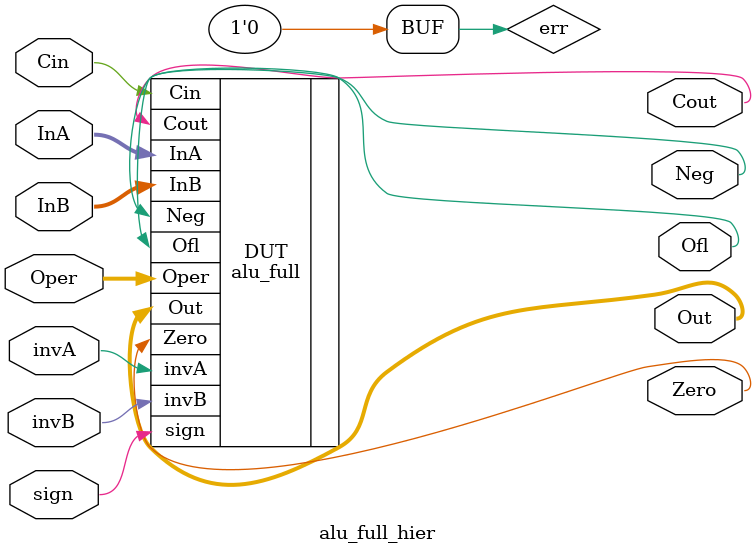
<source format=v>
/*
    CS/ECE 552 Spring '22
    Homework #2, Problem 2

    A wrapper for a multi-bit ALU module combined with clkrst.
*/
module alu_full_hier(InA, InB, Cin, Oper, invA, invB, sign, Out, Zero, Ofl, Cout, Neg);

    // declare constant for size of inputs, outputs, and operations
    parameter OPERAND_WIDTH = 16;    
    parameter NUM_OPERATIONS = 4;
       
    input  [OPERAND_WIDTH -1:0] InA ; // Input operand A
    input  [OPERAND_WIDTH -1:0] InB ; // Input operand B
    input                       Cin ; // Carry in
    input  [NUM_OPERATIONS-1:0] Oper; // Operation type
    input                       invA; // Signal to invert A
    input                       invB; // Signal to invert B
    input                       sign; // Signal for signed operation
    output [OPERAND_WIDTH -1:0] Out ; // Result of computation
    output                      Zero; // Signal if Out is 0
    output                      Ofl ; // Signal if overflow occured
    output                      Cout;
    output                      Neg;


    // clkrst signals
    wire clk;
    wire rst;
    wire err;

    assign err = 1'b0;

    alu_full #(.OPERAND_WIDTH(OPERAND_WIDTH),
          .NUM_OPERATIONS(NUM_OPERATIONS)) 
        DUT (// Outputs
             .Out(Out),
             .Ofl(Ofl), 
             .Zero(Zero),
             .Cout(Cout),
             .Neg(Neg),
             // Inputs
             .InA(InA), 
             .InB(InB), 
             .Cin(Cin), 
             .Oper(Oper), 
             .invA(invA), 
             .invB(invB), 
             .sign(sign));
   
    clkrst c0(// Outputs
              .clk                       (clk),
              .rst                       (rst),
              // Inputs
              .err                       (err)
              );

endmodule // alu_hier

</source>
